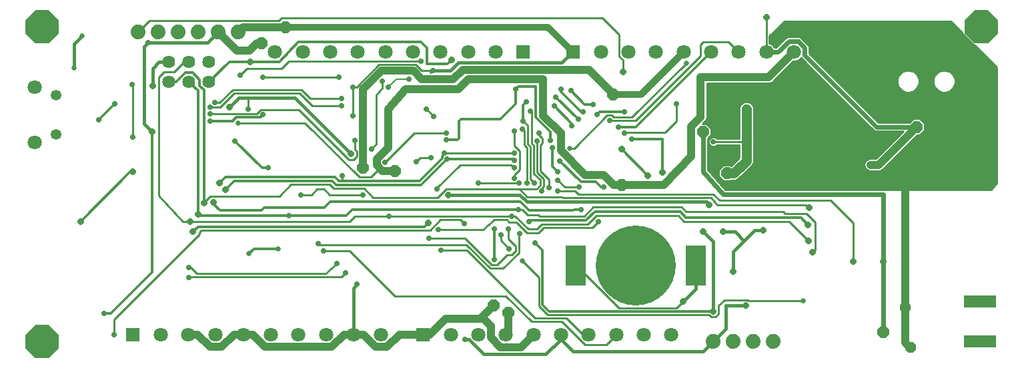
<source format=gbl>
G75*
%MOIN*%
%OFA0B0*%
%FSLAX25Y25*%
%IPPOS*%
%LPD*%
%AMOC8*
5,1,8,0,0,1.08239X$1,22.5*
%
%ADD10C,0.40000*%
%ADD11R,0.10000X0.20000*%
%ADD12C,0.06400*%
%ADD13C,0.07400*%
%ADD14R,0.07087X0.07087*%
%ADD15C,0.07087*%
%ADD16R,0.16000X0.06000*%
%ADD17C,0.05315*%
%ADD18C,0.02775*%
%ADD19OC8,0.03169*%
%ADD20OC8,0.02578*%
%ADD21C,0.01200*%
%ADD22C,0.01000*%
%ADD23C,0.05000*%
%ADD24C,0.01600*%
%ADD25C,0.02400*%
%ADD26OC8,0.05906*%
%ADD27C,0.04000*%
%ADD28C,0.03200*%
%ADD29OC8,0.05315*%
%ADD30OC8,0.02775*%
%ADD31C,0.02578*%
%ADD32OC8,0.04429*%
%ADD33OC8,0.16500*%
%ADD34C,0.00787*%
%ADD35OC8,0.03562*%
D10*
X0322869Y0058625D03*
D11*
X0292869Y0058625D03*
X0352869Y0058625D03*
D12*
X0109619Y0150500D03*
X0099619Y0150500D03*
X0089619Y0150500D03*
X0089619Y0160500D03*
X0099619Y0160500D03*
X0109619Y0160500D03*
D13*
X0114119Y0175500D03*
X0124119Y0175500D03*
X0104119Y0175500D03*
X0094119Y0175500D03*
X0084119Y0175500D03*
X0074119Y0175500D03*
X0361619Y0020500D03*
X0371619Y0020500D03*
X0381619Y0020500D03*
X0391619Y0020500D03*
D14*
X0216619Y0024000D03*
X0071619Y0024000D03*
X0266619Y0165500D03*
X0291619Y0165500D03*
D15*
X0305398Y0165500D03*
X0319178Y0165500D03*
X0332957Y0165500D03*
X0346737Y0165500D03*
X0360516Y0165500D03*
X0374296Y0165500D03*
X0388075Y0165500D03*
X0401855Y0165500D03*
X0415634Y0165500D03*
X0252839Y0165500D03*
X0239060Y0165500D03*
X0225280Y0165500D03*
X0211501Y0165500D03*
X0197721Y0165500D03*
X0183942Y0165500D03*
X0170162Y0165500D03*
X0156383Y0165500D03*
X0142603Y0165500D03*
X0022619Y0147780D03*
X0022619Y0120220D03*
X0085398Y0024000D03*
X0099178Y0024000D03*
X0112957Y0024000D03*
X0126737Y0024000D03*
X0140516Y0024000D03*
X0154296Y0024000D03*
X0168075Y0024000D03*
X0181855Y0024000D03*
X0195634Y0024000D03*
X0230398Y0024000D03*
X0244178Y0024000D03*
X0257957Y0024000D03*
X0271737Y0024000D03*
X0285516Y0024000D03*
X0299296Y0024000D03*
X0313075Y0024000D03*
X0326855Y0024000D03*
X0340634Y0024000D03*
D16*
X0494869Y0020500D03*
X0494869Y0040500D03*
D17*
X0033249Y0124157D03*
X0033249Y0143843D03*
D18*
X0414119Y0136862D03*
X0414119Y0132138D03*
D19*
X0397119Y0115500D03*
X0336306Y0105187D03*
X0328994Y0103625D03*
X0315994Y0116750D03*
X0359619Y0088937D03*
X0386619Y0076084D03*
X0366619Y0075500D03*
X0356619Y0075500D03*
X0371619Y0055500D03*
X0346619Y0040500D03*
X0361619Y0035500D03*
X0377869Y0038500D03*
X0431619Y0060500D03*
X0446619Y0060500D03*
X0411174Y0065056D03*
X0409306Y0070813D03*
X0408869Y0079000D03*
X0409463Y0087500D03*
X0457495Y0085500D03*
X0315369Y0054875D03*
X0219119Y0080000D03*
X0229306Y0093937D03*
X0180619Y0114500D03*
X0119869Y0137750D03*
X0081369Y0148438D03*
X0130119Y0160625D03*
X0081244Y0125500D03*
X0071619Y0105500D03*
X0107244Y0089875D03*
X0111994Y0090250D03*
X0117869Y0096625D03*
X0114756Y0099816D03*
X0104119Y0084250D03*
X0100119Y0080500D03*
X0101619Y0075500D03*
X0045404Y0080559D03*
X0230758Y0161530D03*
X0316619Y0155419D03*
X0388119Y0183000D03*
X0397119Y0153369D03*
D20*
X0343119Y0139500D03*
X0317244Y0135500D03*
X0309744Y0131125D03*
X0303494Y0134250D03*
X0296619Y0135500D03*
X0294119Y0131750D03*
X0290994Y0128625D03*
X0274619Y0125000D03*
X0273470Y0120914D03*
X0280147Y0121125D03*
X0281244Y0117625D03*
X0284994Y0110937D03*
X0283872Y0105500D03*
X0283830Y0101226D03*
X0279688Y0097419D03*
X0275975Y0095789D03*
X0283761Y0095937D03*
X0294522Y0097687D03*
X0306994Y0097750D03*
X0295619Y0086437D03*
X0304122Y0080497D03*
X0272406Y0069999D03*
X0259619Y0067000D03*
X0255494Y0073750D03*
X0264752Y0074627D03*
X0259119Y0077000D03*
X0252247Y0076817D03*
X0260962Y0083313D03*
X0269619Y0080500D03*
X0264228Y0086625D03*
X0237119Y0079524D03*
X0224119Y0076500D03*
X0219436Y0072222D03*
X0225436Y0066155D03*
X0252119Y0061500D03*
X0199442Y0083313D03*
X0186619Y0094000D03*
X0176202Y0103412D03*
X0197576Y0110293D03*
X0190908Y0116994D03*
X0182499Y0121222D03*
X0213119Y0110500D03*
X0220619Y0112500D03*
X0227119Y0115000D03*
X0228619Y0112000D03*
X0228119Y0121500D03*
X0228119Y0125000D03*
X0221874Y0133245D03*
X0218223Y0137000D03*
X0199119Y0148000D03*
X0196345Y0150774D03*
X0209619Y0152000D03*
X0221536Y0156214D03*
X0215467Y0160848D03*
X0181619Y0148000D03*
X0174408Y0153000D03*
X0175908Y0142278D03*
X0175908Y0138500D03*
X0181619Y0133500D03*
X0136619Y0153000D03*
X0125119Y0154000D03*
X0112480Y0140161D03*
X0110119Y0137750D03*
X0110119Y0134350D03*
X0129119Y0137000D03*
X0122619Y0121000D03*
X0139119Y0107500D03*
X0155619Y0094000D03*
X0149369Y0083457D03*
X0164119Y0069500D03*
X0166927Y0065808D03*
X0173361Y0059413D03*
X0177954Y0054836D03*
X0183677Y0049058D03*
X0237619Y0021500D03*
X0099505Y0052614D03*
X0099505Y0057614D03*
X0057119Y0034500D03*
X0062119Y0024000D03*
X0223619Y0096858D03*
X0244119Y0099851D03*
X0262119Y0102285D03*
X0264545Y0099851D03*
X0268489Y0099851D03*
X0272267Y0099970D03*
X0262119Y0107444D03*
X0262119Y0111222D03*
X0262119Y0115000D03*
X0262119Y0126000D03*
X0266092Y0127000D03*
X0266619Y0131000D03*
X0270119Y0136000D03*
X0268345Y0140552D03*
X0262767Y0146961D03*
X0282869Y0143000D03*
X0285369Y0146750D03*
X0290369Y0146125D03*
X0282089Y0138470D03*
X0301619Y0139250D03*
X0314119Y0128000D03*
X0317244Y0124816D03*
X0320994Y0121750D03*
X0361619Y0120500D03*
X0079119Y0170250D03*
X0071115Y0149188D03*
X0062619Y0139500D03*
X0054619Y0131500D03*
X0071374Y0123000D03*
D21*
X0081244Y0125500D02*
X0081244Y0055125D01*
X0060619Y0034500D01*
X0057119Y0034500D01*
X0129619Y0064500D02*
X0132119Y0067000D01*
X0144119Y0067000D01*
X0104119Y0078000D02*
X0217119Y0078000D01*
X0219119Y0080000D01*
X0252247Y0076817D02*
X0252247Y0061628D01*
X0252119Y0061500D01*
X0272406Y0069999D02*
X0276119Y0066286D01*
X0276119Y0039000D01*
X0279619Y0035500D01*
X0361619Y0035500D01*
X0322869Y0054875D02*
X0315369Y0054875D01*
X0322869Y0054875D02*
X0322869Y0058625D01*
X0292901Y0058625D02*
X0292869Y0058625D01*
X0297994Y0081250D02*
X0270369Y0081250D01*
X0269619Y0080500D01*
X0270244Y0081125D01*
X0269520Y0086125D02*
X0265145Y0090500D01*
X0170306Y0090500D01*
X0167156Y0087350D01*
X0137049Y0087350D01*
X0135824Y0086125D01*
X0115194Y0086125D01*
X0111994Y0089325D01*
X0111994Y0090250D01*
X0107244Y0089875D02*
X0107244Y0146370D01*
X0105019Y0148595D01*
X0105019Y0151605D01*
X0101524Y0155100D01*
X0097713Y0155100D01*
X0093113Y0150500D01*
X0089619Y0150500D01*
X0099619Y0150500D02*
X0104059Y0146059D01*
X0104059Y0088556D01*
X0104119Y0088497D01*
X0104119Y0084250D01*
X0104119Y0087012D01*
X0104119Y0084250D02*
X0104119Y0084125D01*
X0104694Y0083500D01*
X0149369Y0083457D01*
X0178042Y0083423D01*
X0181214Y0086595D01*
X0182629Y0086595D01*
X0264228Y0086625D01*
X0269520Y0086125D02*
X0291619Y0086125D01*
X0292244Y0086437D01*
X0295619Y0086437D01*
X0291669Y0086125D02*
X0291619Y0086125D01*
X0297994Y0081250D02*
X0302369Y0085625D01*
X0345244Y0085625D01*
X0347869Y0082500D01*
X0385324Y0082500D01*
X0386107Y0082535D01*
X0386145Y0082500D01*
X0405369Y0082500D01*
X0408869Y0079000D01*
X0359619Y0088937D02*
X0358758Y0089798D01*
X0328994Y0103625D02*
X0315994Y0116750D01*
X0320994Y0121750D02*
X0336306Y0121750D01*
X0336306Y0105187D01*
X0306994Y0097750D02*
X0305619Y0097750D01*
X0302869Y0100500D01*
X0295431Y0100500D01*
X0284994Y0110937D01*
X0281244Y0108128D02*
X0281244Y0117625D01*
X0280147Y0121125D02*
X0280147Y0125500D01*
X0272869Y0132779D01*
X0272869Y0148313D01*
X0264118Y0148313D01*
X0262767Y0146961D01*
X0262767Y0139648D01*
X0255119Y0132000D01*
X0235619Y0132000D01*
X0234619Y0131000D01*
X0234619Y0122342D01*
X0233777Y0121500D01*
X0228119Y0121500D01*
X0227119Y0115000D02*
X0227119Y0114020D01*
X0226130Y0113031D01*
X0226130Y0112043D01*
X0214853Y0100766D01*
X0184658Y0100766D01*
X0184424Y0101000D01*
X0176279Y0101000D01*
X0174462Y0101000D01*
X0172462Y0103000D01*
X0117756Y0103000D01*
X0114756Y0099816D01*
X0117869Y0096625D02*
X0122244Y0101000D01*
X0171319Y0101000D01*
X0173319Y0099000D01*
X0183892Y0099000D01*
X0183916Y0098976D01*
X0215594Y0098976D01*
X0228619Y0112000D01*
X0261341Y0112000D01*
X0262119Y0111222D01*
X0281244Y0108128D02*
X0283872Y0105500D01*
X0290994Y0128625D02*
X0290684Y0129875D01*
X0282089Y0138470D01*
X0282869Y0143000D02*
X0294119Y0131750D01*
X0295369Y0135500D02*
X0285369Y0145500D01*
X0285369Y0146750D01*
X0290369Y0146125D02*
X0297244Y0139250D01*
X0301619Y0139250D01*
X0304744Y0135500D02*
X0317244Y0135500D01*
X0304744Y0135500D02*
X0303494Y0134250D01*
X0296619Y0135500D02*
X0295369Y0135500D01*
X0314119Y0128000D02*
X0323016Y0128000D01*
X0360516Y0165500D01*
X0268345Y0140552D02*
X0266619Y0138826D01*
X0266619Y0131000D01*
X0221572Y0156250D02*
X0220647Y0155325D01*
X0218598Y0159564D02*
X0228680Y0159564D01*
X0229050Y0159934D01*
X0230412Y0161184D01*
X0230758Y0161530D01*
X0218598Y0159564D02*
X0218598Y0167548D01*
X0215646Y0170500D01*
X0154169Y0170500D01*
X0144973Y0160406D01*
X0129838Y0160406D01*
X0130119Y0160625D01*
X0119744Y0160625D01*
X0109619Y0150500D01*
X0123096Y0132720D02*
X0135362Y0132720D01*
X0136654Y0134012D01*
X0123096Y0132720D02*
X0121376Y0131000D01*
X0110119Y0131000D01*
X0122619Y0121000D02*
X0136119Y0107500D01*
X0139119Y0107500D01*
X0071619Y0105500D02*
X0070345Y0105500D01*
X0045404Y0080559D01*
X0101619Y0075500D02*
X0104119Y0078000D01*
X0054619Y0131500D02*
X0062619Y0139500D01*
X0114119Y0175500D02*
X0114144Y0175500D01*
D22*
X0144529Y0181214D02*
X0079832Y0181214D01*
X0074119Y0175500D01*
X0092119Y0155500D02*
X0097119Y0160500D01*
X0099619Y0160500D01*
X0092119Y0155500D02*
X0087119Y0155500D01*
X0084619Y0153000D01*
X0084619Y0093500D01*
X0096619Y0080500D01*
X0100119Y0080500D01*
X0179706Y0080500D01*
X0182519Y0083313D01*
X0199442Y0083313D01*
X0260962Y0083313D01*
X0262556Y0083313D01*
X0269119Y0076750D01*
X0273494Y0076750D01*
X0275994Y0079250D01*
X0298931Y0079250D01*
X0303306Y0083625D01*
X0344306Y0083625D01*
X0346744Y0080500D01*
X0399619Y0080500D01*
X0409306Y0070813D01*
X0412453Y0066334D02*
X0412453Y0080278D01*
X0408331Y0084400D01*
X0397594Y0084400D01*
X0396619Y0085375D01*
X0347869Y0085375D01*
X0345869Y0087875D01*
X0301619Y0087875D01*
X0297056Y0083313D01*
X0274744Y0083313D01*
X0274119Y0083938D01*
X0268806Y0083938D01*
X0266119Y0086625D01*
X0264228Y0086625D01*
X0258400Y0081513D02*
X0252119Y0081513D01*
X0246606Y0076500D01*
X0224119Y0076500D01*
X0220219Y0076100D02*
X0225119Y0081500D01*
X0235142Y0081500D01*
X0237119Y0079524D01*
X0237535Y0072222D02*
X0219436Y0072222D01*
X0220219Y0076100D02*
X0105719Y0076100D01*
X0104703Y0075084D01*
X0104703Y0074222D01*
X0062119Y0031638D01*
X0062119Y0024000D01*
X0099505Y0052614D02*
X0099705Y0052814D01*
X0175932Y0052814D01*
X0177954Y0054836D01*
X0173361Y0059413D02*
X0167888Y0054614D01*
X0103619Y0054614D01*
X0100619Y0057614D01*
X0099505Y0057614D01*
X0164119Y0069500D02*
X0164675Y0068944D01*
X0238267Y0068944D01*
X0250096Y0057116D01*
X0256642Y0057116D01*
X0264503Y0064977D01*
X0264503Y0074378D01*
X0264752Y0074627D01*
X0268373Y0074950D02*
X0263095Y0080228D01*
X0259684Y0080228D01*
X0258400Y0081513D01*
X0259119Y0077000D02*
X0259119Y0071862D01*
X0262703Y0068278D01*
X0262703Y0065722D01*
X0260896Y0063916D01*
X0258396Y0063916D01*
X0253396Y0058916D01*
X0250841Y0058916D01*
X0237535Y0072222D01*
X0238511Y0066155D02*
X0225436Y0066155D01*
X0238511Y0066155D02*
X0272522Y0032143D01*
X0288268Y0032143D01*
X0296411Y0024000D01*
X0299296Y0024000D01*
X0297366Y0019000D02*
X0286023Y0030343D01*
X0270790Y0030343D01*
X0257880Y0043253D01*
X0202366Y0043253D01*
X0179811Y0065808D01*
X0166927Y0065808D01*
X0110219Y0093250D02*
X0107244Y0090275D01*
X0107244Y0089875D01*
X0110219Y0093250D02*
X0144869Y0093250D01*
X0150681Y0099062D01*
X0170012Y0099062D01*
X0172012Y0097062D01*
X0187056Y0097062D01*
X0191619Y0092500D01*
X0223821Y0092500D01*
X0228121Y0096800D01*
X0264819Y0096800D01*
X0268619Y0093000D01*
X0285735Y0093000D01*
X0286360Y0092375D01*
X0360669Y0092375D01*
X0363481Y0088937D01*
X0408026Y0088937D01*
X0409463Y0087500D01*
X0420336Y0091125D02*
X0431619Y0079842D01*
X0431619Y0060500D01*
X0412453Y0066334D02*
X0411174Y0065056D01*
X0406619Y0041000D02*
X0379165Y0041000D01*
X0378981Y0041184D01*
X0367107Y0041184D01*
X0364303Y0038380D01*
X0364303Y0034388D01*
X0362731Y0032816D01*
X0360507Y0032816D01*
X0359423Y0033900D01*
X0278956Y0033900D01*
X0274519Y0038337D01*
X0274519Y0052600D01*
X0266119Y0061000D01*
X0259619Y0067000D02*
X0255494Y0071125D01*
X0255494Y0073750D01*
X0268373Y0074950D02*
X0274239Y0074950D01*
X0276739Y0077450D01*
X0301075Y0077450D01*
X0304122Y0080497D01*
X0294054Y0094304D02*
X0361565Y0094304D01*
X0364744Y0091125D01*
X0420336Y0091125D01*
X0447571Y0096550D02*
X0367652Y0096550D01*
X0358919Y0106374D01*
X0358919Y0122069D01*
X0360671Y0123821D01*
X0360671Y0127179D01*
X0358297Y0129553D01*
X0356213Y0129553D01*
X0357907Y0131247D01*
X0358379Y0132386D01*
X0358379Y0149897D01*
X0388676Y0149841D01*
X0388679Y0149840D01*
X0389290Y0149840D01*
X0389906Y0149839D01*
X0389909Y0149840D01*
X0389912Y0149840D01*
X0390478Y0150075D01*
X0391046Y0150309D01*
X0391048Y0150311D01*
X0391051Y0150312D01*
X0391485Y0150746D01*
X0391920Y0151179D01*
X0391921Y0151182D01*
X0401596Y0160857D01*
X0402779Y0160857D01*
X0404485Y0161564D01*
X0405394Y0162472D01*
X0425958Y0141908D01*
X0425995Y0141908D01*
X0442205Y0125697D01*
X0456497Y0125697D01*
X0442900Y0112100D01*
X0439502Y0112100D01*
X0438974Y0111881D01*
X0438925Y0111881D01*
X0438891Y0111847D01*
X0438363Y0111628D01*
X0437491Y0110756D01*
X0437272Y0110228D01*
X0437238Y0110193D01*
X0437238Y0110145D01*
X0437019Y0109617D01*
X0437019Y0108383D01*
X0437238Y0107855D01*
X0437238Y0107807D01*
X0437272Y0107772D01*
X0437491Y0107244D01*
X0438363Y0106372D01*
X0438891Y0106153D01*
X0438925Y0106119D01*
X0438974Y0106119D01*
X0439502Y0105900D01*
X0444801Y0105900D01*
X0445940Y0106372D01*
X0446812Y0107244D01*
X0463513Y0123944D01*
X0464860Y0123944D01*
X0467234Y0126319D01*
X0467234Y0129676D01*
X0464860Y0132050D01*
X0461503Y0132050D01*
X0459750Y0130297D01*
X0444111Y0130297D01*
X0427900Y0146508D01*
X0427864Y0146508D01*
X0409648Y0164723D01*
X0409648Y0168625D01*
X0406327Y0171946D01*
X0404979Y0173293D01*
X0398480Y0173293D01*
X0392987Y0167800D01*
X0392149Y0167800D01*
X0392012Y0168130D01*
X0390706Y0169436D01*
X0389675Y0169863D01*
X0389675Y0173557D01*
X0397119Y0181000D01*
X0480119Y0181000D01*
X0486331Y0174787D01*
X0486331Y0174440D01*
X0491808Y0168963D01*
X0492156Y0168963D01*
X0503119Y0158000D01*
X0503119Y0100000D01*
X0500619Y0096500D01*
X0447621Y0096500D01*
X0447571Y0096550D01*
X0445901Y0106356D02*
X0503119Y0106356D01*
X0503119Y0107354D02*
X0446922Y0107354D01*
X0447921Y0108353D02*
X0503119Y0108353D01*
X0503119Y0109351D02*
X0448919Y0109351D01*
X0449918Y0110350D02*
X0503119Y0110350D01*
X0503119Y0111348D02*
X0450916Y0111348D01*
X0451915Y0112347D02*
X0503119Y0112347D01*
X0503119Y0113345D02*
X0452913Y0113345D01*
X0453912Y0114344D02*
X0503119Y0114344D01*
X0503119Y0115342D02*
X0454910Y0115342D01*
X0455909Y0116341D02*
X0503119Y0116341D01*
X0503119Y0117339D02*
X0456907Y0117339D01*
X0457906Y0118338D02*
X0503119Y0118338D01*
X0503119Y0119336D02*
X0458904Y0119336D01*
X0459903Y0120335D02*
X0503119Y0120335D01*
X0503119Y0121333D02*
X0460901Y0121333D01*
X0461900Y0122332D02*
X0503119Y0122332D01*
X0503119Y0123330D02*
X0462898Y0123330D01*
X0465244Y0124329D02*
X0503119Y0124329D01*
X0503119Y0125327D02*
X0466243Y0125327D01*
X0467234Y0126326D02*
X0503119Y0126326D01*
X0503119Y0127324D02*
X0467234Y0127324D01*
X0467234Y0128323D02*
X0503119Y0128323D01*
X0503119Y0129321D02*
X0467234Y0129321D01*
X0466590Y0130320D02*
X0503119Y0130320D01*
X0503119Y0131318D02*
X0465592Y0131318D01*
X0460771Y0131318D02*
X0443090Y0131318D01*
X0444088Y0130320D02*
X0459772Y0130320D01*
X0456127Y0125327D02*
X0381719Y0125327D01*
X0381719Y0124329D02*
X0455129Y0124329D01*
X0454130Y0123330D02*
X0381719Y0123330D01*
X0381719Y0122332D02*
X0453132Y0122332D01*
X0452133Y0121333D02*
X0381719Y0121333D01*
X0381719Y0120335D02*
X0451135Y0120335D01*
X0450136Y0119336D02*
X0381719Y0119336D01*
X0381719Y0118338D02*
X0449138Y0118338D01*
X0448139Y0117339D02*
X0381719Y0117339D01*
X0381719Y0116341D02*
X0447141Y0116341D01*
X0446142Y0115342D02*
X0381719Y0115342D01*
X0381719Y0114344D02*
X0445144Y0114344D01*
X0444145Y0113345D02*
X0381719Y0113345D01*
X0381719Y0112347D02*
X0443147Y0112347D01*
X0438083Y0111348D02*
X0381719Y0111348D01*
X0381719Y0110350D02*
X0437322Y0110350D01*
X0437019Y0109351D02*
X0381332Y0109351D01*
X0381171Y0108961D02*
X0381719Y0110284D01*
X0381719Y0137716D01*
X0381171Y0139039D01*
X0380158Y0140052D01*
X0378835Y0140600D01*
X0377403Y0140600D01*
X0376079Y0140052D01*
X0375067Y0139039D01*
X0374519Y0137716D01*
X0374519Y0122100D01*
X0363397Y0122100D01*
X0362608Y0122889D01*
X0360629Y0122889D01*
X0359230Y0121490D01*
X0359230Y0119510D01*
X0360629Y0118111D01*
X0362608Y0118111D01*
X0363397Y0118900D01*
X0374519Y0118900D01*
X0374519Y0112491D01*
X0370439Y0108411D01*
X0370047Y0108803D01*
X0366690Y0108803D01*
X0364316Y0106429D01*
X0364316Y0103071D01*
X0366690Y0100697D01*
X0370047Y0100697D01*
X0370500Y0101150D01*
X0372585Y0101150D01*
X0373908Y0101698D01*
X0374921Y0102711D01*
X0380158Y0107948D01*
X0381171Y0108961D01*
X0380563Y0108353D02*
X0437031Y0108353D01*
X0437445Y0107354D02*
X0379564Y0107354D01*
X0380158Y0107948D02*
X0380158Y0107948D01*
X0378565Y0106356D02*
X0438402Y0106356D01*
X0441577Y0126326D02*
X0381719Y0126326D01*
X0381719Y0127324D02*
X0440578Y0127324D01*
X0439580Y0128323D02*
X0381719Y0128323D01*
X0381719Y0129321D02*
X0438581Y0129321D01*
X0437583Y0130320D02*
X0381719Y0130320D01*
X0381719Y0131318D02*
X0436584Y0131318D01*
X0435586Y0132317D02*
X0381719Y0132317D01*
X0381719Y0133315D02*
X0434587Y0133315D01*
X0433589Y0134314D02*
X0381719Y0134314D01*
X0381719Y0135312D02*
X0432590Y0135312D01*
X0431592Y0136311D02*
X0381719Y0136311D01*
X0381719Y0137309D02*
X0430593Y0137309D01*
X0429595Y0138308D02*
X0381474Y0138308D01*
X0380903Y0139306D02*
X0428596Y0139306D01*
X0427598Y0140305D02*
X0379547Y0140305D01*
X0376690Y0140305D02*
X0358379Y0140305D01*
X0358379Y0141303D02*
X0426599Y0141303D01*
X0425619Y0141000D02*
X0424119Y0142500D01*
X0419619Y0142500D01*
X0422569Y0145298D02*
X0358379Y0145298D01*
X0358379Y0146296D02*
X0421570Y0146296D01*
X0420571Y0147295D02*
X0358379Y0147295D01*
X0358379Y0148293D02*
X0419573Y0148293D01*
X0418574Y0149292D02*
X0358379Y0149292D01*
X0358379Y0144299D02*
X0423567Y0144299D01*
X0424566Y0143301D02*
X0358379Y0143301D01*
X0358379Y0142302D02*
X0425564Y0142302D01*
X0429111Y0145298D02*
X0503119Y0145298D01*
X0503119Y0146296D02*
X0480193Y0146296D01*
X0480047Y0146150D02*
X0481594Y0147697D01*
X0482431Y0149718D01*
X0482431Y0151907D01*
X0481594Y0153928D01*
X0480047Y0155475D01*
X0478025Y0156312D01*
X0475837Y0156312D01*
X0473816Y0155475D01*
X0472269Y0153928D01*
X0471431Y0151907D01*
X0471431Y0149718D01*
X0472269Y0147697D01*
X0473816Y0146150D01*
X0475837Y0145313D01*
X0478025Y0145313D01*
X0480047Y0146150D01*
X0481191Y0147295D02*
X0503119Y0147295D01*
X0503119Y0148293D02*
X0481841Y0148293D01*
X0482254Y0149292D02*
X0503119Y0149292D01*
X0503119Y0150290D02*
X0482431Y0150290D01*
X0482431Y0151289D02*
X0503119Y0151289D01*
X0503119Y0152287D02*
X0482274Y0152287D01*
X0481860Y0153286D02*
X0503119Y0153286D01*
X0503119Y0154284D02*
X0481238Y0154284D01*
X0480239Y0155283D02*
X0503119Y0155283D01*
X0503119Y0156281D02*
X0478101Y0156281D01*
X0475762Y0156281D02*
X0460101Y0156281D01*
X0460025Y0156312D02*
X0457837Y0156312D01*
X0455816Y0155475D01*
X0454269Y0153928D01*
X0453431Y0151907D01*
X0453431Y0149718D01*
X0454269Y0147697D01*
X0455816Y0146150D01*
X0457837Y0145313D01*
X0460025Y0145313D01*
X0462047Y0146150D01*
X0463594Y0147697D01*
X0464431Y0149718D01*
X0464431Y0151907D01*
X0463594Y0153928D01*
X0462047Y0155475D01*
X0460025Y0156312D01*
X0457762Y0156281D02*
X0418090Y0156281D01*
X0417092Y0157280D02*
X0503119Y0157280D01*
X0502841Y0158278D02*
X0416093Y0158278D01*
X0415095Y0159277D02*
X0501842Y0159277D01*
X0500844Y0160275D02*
X0414096Y0160275D01*
X0413098Y0161274D02*
X0499845Y0161274D01*
X0498846Y0162272D02*
X0412099Y0162272D01*
X0411101Y0163271D02*
X0497848Y0163271D01*
X0496849Y0164269D02*
X0410102Y0164269D01*
X0409648Y0165268D02*
X0495851Y0165268D01*
X0494852Y0166266D02*
X0409648Y0166266D01*
X0409648Y0167265D02*
X0493854Y0167265D01*
X0492855Y0168263D02*
X0409648Y0168263D01*
X0409011Y0169262D02*
X0491509Y0169262D01*
X0490511Y0170260D02*
X0408012Y0170260D01*
X0407014Y0171259D02*
X0489512Y0171259D01*
X0488513Y0172257D02*
X0406015Y0172257D01*
X0405017Y0173256D02*
X0487515Y0173256D01*
X0486516Y0174254D02*
X0390373Y0174254D01*
X0389675Y0173256D02*
X0398443Y0173256D01*
X0397444Y0172257D02*
X0389675Y0172257D01*
X0389675Y0171259D02*
X0396446Y0171259D01*
X0395447Y0170260D02*
X0389675Y0170260D01*
X0390880Y0169262D02*
X0394449Y0169262D01*
X0393450Y0168263D02*
X0391879Y0168263D01*
X0388075Y0165500D02*
X0388075Y0182957D01*
X0388119Y0183000D01*
X0394367Y0178248D02*
X0482870Y0178248D01*
X0483869Y0177250D02*
X0393369Y0177250D01*
X0392370Y0176251D02*
X0484867Y0176251D01*
X0485866Y0175253D02*
X0391372Y0175253D01*
X0395366Y0179247D02*
X0481872Y0179247D01*
X0480873Y0180245D02*
X0396364Y0180245D01*
X0374296Y0165500D02*
X0369296Y0170500D01*
X0356619Y0170500D01*
X0355305Y0169186D01*
X0355305Y0163452D01*
X0322978Y0131125D01*
X0309744Y0131125D01*
X0311755Y0132716D02*
X0310725Y0133745D01*
X0308512Y0133745D01*
X0292048Y0117281D01*
X0289846Y0117281D01*
X0276259Y0119759D02*
X0275270Y0118770D01*
X0275270Y0106002D01*
X0279688Y0101585D01*
X0279688Y0097419D01*
X0276856Y0098069D02*
X0275975Y0097188D01*
X0275975Y0095789D01*
X0276856Y0098069D02*
X0276856Y0101871D01*
X0273470Y0105257D01*
X0273470Y0120914D01*
X0271880Y0118653D02*
X0270850Y0119682D01*
X0270850Y0135269D01*
X0270119Y0136000D01*
X0270681Y0135438D01*
X0266619Y0131000D02*
X0268881Y0128737D01*
X0268881Y0119402D01*
X0270289Y0117994D01*
X0270289Y0101948D01*
X0272267Y0099970D01*
X0275056Y0101421D02*
X0275056Y0098518D01*
X0273338Y0096800D01*
X0264819Y0096800D01*
X0264545Y0099851D02*
X0244119Y0099851D01*
X0262119Y0102285D02*
X0262119Y0103842D01*
X0264739Y0106462D01*
X0264739Y0115982D01*
X0262119Y0118602D01*
X0262119Y0126000D01*
X0266092Y0127000D02*
X0267041Y0126052D01*
X0267041Y0118993D01*
X0268489Y0117544D01*
X0268489Y0099851D01*
X0271880Y0104598D02*
X0275056Y0101421D01*
X0271880Y0104598D02*
X0271880Y0118653D01*
X0276259Y0119759D02*
X0276259Y0122069D01*
X0274619Y0123710D01*
X0274619Y0125000D01*
X0262119Y0115000D02*
X0227119Y0115000D01*
X0220619Y0112500D02*
X0215119Y0112500D01*
X0213119Y0110500D01*
X0212283Y0125000D02*
X0197576Y0110293D01*
X0193456Y0108690D02*
X0193706Y0106087D01*
X0190619Y0103000D01*
X0188672Y0103000D01*
X0188538Y0102866D01*
X0184699Y0102866D01*
X0157565Y0130000D01*
X0124119Y0130000D01*
X0133446Y0134350D02*
X0110119Y0134350D01*
X0110119Y0137750D02*
X0115105Y0137750D01*
X0122189Y0144834D01*
X0154971Y0144834D01*
X0161306Y0138500D01*
X0175908Y0138500D01*
X0175908Y0142278D02*
X0160073Y0142278D01*
X0155717Y0146634D01*
X0121443Y0146634D01*
X0114970Y0140161D01*
X0112480Y0140161D01*
X0129119Y0142500D02*
X0129119Y0137000D01*
X0133446Y0134350D02*
X0135615Y0136520D01*
X0154551Y0136520D01*
X0179433Y0111638D01*
X0181804Y0111638D01*
X0183481Y0113314D01*
X0183481Y0115686D01*
X0182499Y0116668D01*
X0182499Y0121222D01*
X0190908Y0116994D02*
X0193319Y0119406D01*
X0193319Y0143867D01*
X0196345Y0147393D01*
X0196345Y0150774D01*
X0194688Y0159211D02*
X0183477Y0148000D01*
X0181619Y0148000D01*
X0181619Y0133500D01*
X0212283Y0125000D02*
X0228119Y0125000D01*
X0221874Y0133245D02*
X0221874Y0133349D01*
X0218223Y0137000D01*
X0174408Y0153000D02*
X0136619Y0153000D01*
X0128382Y0157263D02*
X0145882Y0157263D01*
X0149467Y0160848D01*
X0215467Y0160848D01*
X0213002Y0159211D02*
X0215963Y0156250D01*
X0221572Y0156250D01*
X0145949Y0182634D02*
X0306101Y0182634D01*
X0314438Y0174297D01*
X0314438Y0163244D01*
X0316619Y0161563D01*
X0316619Y0155419D01*
X0320854Y0132716D02*
X0348119Y0159980D01*
X0391001Y0150290D02*
X0417576Y0150290D01*
X0416577Y0151289D02*
X0392028Y0151289D01*
X0393026Y0152287D02*
X0415579Y0152287D01*
X0414580Y0153286D02*
X0394025Y0153286D01*
X0395023Y0154284D02*
X0413582Y0154284D01*
X0412583Y0155283D02*
X0396022Y0155283D01*
X0397020Y0156281D02*
X0411585Y0156281D01*
X0410586Y0157280D02*
X0398019Y0157280D01*
X0399017Y0158278D02*
X0409588Y0158278D01*
X0408589Y0159277D02*
X0400016Y0159277D01*
X0401014Y0160275D02*
X0407591Y0160275D01*
X0406592Y0161274D02*
X0403785Y0161274D01*
X0405194Y0162272D02*
X0405594Y0162272D01*
X0419089Y0155283D02*
X0455623Y0155283D01*
X0454625Y0154284D02*
X0420087Y0154284D01*
X0421086Y0153286D02*
X0454002Y0153286D01*
X0453589Y0152287D02*
X0422084Y0152287D01*
X0423083Y0151289D02*
X0453431Y0151289D01*
X0453431Y0150290D02*
X0424081Y0150290D01*
X0425080Y0149292D02*
X0453608Y0149292D01*
X0454022Y0148293D02*
X0426078Y0148293D01*
X0427077Y0147295D02*
X0454671Y0147295D01*
X0455670Y0146296D02*
X0428112Y0146296D01*
X0430109Y0144299D02*
X0503119Y0144299D01*
X0503119Y0143301D02*
X0431108Y0143301D01*
X0432106Y0142302D02*
X0503119Y0142302D01*
X0503119Y0141303D02*
X0433105Y0141303D01*
X0434103Y0140305D02*
X0503119Y0140305D01*
X0503119Y0139306D02*
X0435102Y0139306D01*
X0436100Y0138308D02*
X0503119Y0138308D01*
X0503119Y0137309D02*
X0437099Y0137309D01*
X0438097Y0136311D02*
X0503119Y0136311D01*
X0503119Y0135312D02*
X0439096Y0135312D01*
X0440094Y0134314D02*
X0503119Y0134314D01*
X0503119Y0133315D02*
X0441093Y0133315D01*
X0442091Y0132317D02*
X0503119Y0132317D01*
X0473670Y0146296D02*
X0462193Y0146296D01*
X0463191Y0147295D02*
X0472671Y0147295D01*
X0472022Y0148293D02*
X0463841Y0148293D01*
X0464254Y0149292D02*
X0471608Y0149292D01*
X0471431Y0150290D02*
X0464431Y0150290D01*
X0464431Y0151289D02*
X0471431Y0151289D01*
X0471589Y0152287D02*
X0464274Y0152287D01*
X0463860Y0153286D02*
X0472002Y0153286D01*
X0472625Y0154284D02*
X0463238Y0154284D01*
X0462239Y0155283D02*
X0473623Y0155283D01*
X0375334Y0139306D02*
X0358379Y0139306D01*
X0358379Y0138308D02*
X0374764Y0138308D01*
X0374519Y0137309D02*
X0358379Y0137309D01*
X0358379Y0136311D02*
X0374519Y0136311D01*
X0374519Y0135312D02*
X0358379Y0135312D01*
X0358379Y0134314D02*
X0374519Y0134314D01*
X0374519Y0133315D02*
X0358379Y0133315D01*
X0358350Y0132317D02*
X0374519Y0132317D01*
X0374519Y0131318D02*
X0357936Y0131318D01*
X0356980Y0130320D02*
X0374519Y0130320D01*
X0374519Y0129321D02*
X0358529Y0129321D01*
X0359527Y0128323D02*
X0374519Y0128323D01*
X0374519Y0127324D02*
X0360526Y0127324D01*
X0360671Y0126326D02*
X0374519Y0126326D01*
X0374519Y0125327D02*
X0360671Y0125327D01*
X0360671Y0124329D02*
X0374519Y0124329D01*
X0374519Y0123330D02*
X0360180Y0123330D01*
X0360072Y0122332D02*
X0359182Y0122332D01*
X0359230Y0121333D02*
X0358919Y0121333D01*
X0358919Y0120335D02*
X0359230Y0120335D01*
X0359404Y0119336D02*
X0358919Y0119336D01*
X0358919Y0118338D02*
X0360402Y0118338D01*
X0358919Y0117339D02*
X0374519Y0117339D01*
X0374519Y0116341D02*
X0358919Y0116341D01*
X0358919Y0115342D02*
X0374519Y0115342D01*
X0374519Y0114344D02*
X0358919Y0114344D01*
X0358919Y0113345D02*
X0374519Y0113345D01*
X0374374Y0112347D02*
X0358919Y0112347D01*
X0358919Y0111348D02*
X0373376Y0111348D01*
X0372377Y0110350D02*
X0358919Y0110350D01*
X0358919Y0109351D02*
X0371379Y0109351D01*
X0366240Y0108353D02*
X0358919Y0108353D01*
X0358919Y0107354D02*
X0365241Y0107354D01*
X0364316Y0106356D02*
X0358935Y0106356D01*
X0359823Y0105357D02*
X0364316Y0105357D01*
X0364316Y0104359D02*
X0360711Y0104359D01*
X0361598Y0103360D02*
X0364316Y0103360D01*
X0365026Y0102362D02*
X0362486Y0102362D01*
X0363373Y0101363D02*
X0366024Y0101363D01*
X0364261Y0100365D02*
X0503119Y0100365D01*
X0503119Y0101363D02*
X0373099Y0101363D01*
X0374571Y0102362D02*
X0503119Y0102362D01*
X0503119Y0103360D02*
X0375570Y0103360D01*
X0374921Y0102711D02*
X0374921Y0102711D01*
X0376568Y0104359D02*
X0503119Y0104359D01*
X0503119Y0105357D02*
X0377567Y0105357D01*
X0365148Y0099366D02*
X0502666Y0099366D01*
X0501953Y0098368D02*
X0366036Y0098368D01*
X0366924Y0097369D02*
X0501239Y0097369D01*
X0378119Y0120480D02*
X0378098Y0120500D01*
X0361619Y0120500D01*
X0363165Y0122332D02*
X0374519Y0122332D01*
X0374519Y0118338D02*
X0362835Y0118338D01*
X0343119Y0130750D02*
X0337497Y0125128D01*
X0317244Y0125128D01*
X0317244Y0124816D01*
X0320854Y0132716D02*
X0311755Y0132716D01*
X0343119Y0130750D02*
X0343119Y0139500D01*
X0262119Y0107444D02*
X0261130Y0108433D01*
X0260963Y0108433D01*
X0260397Y0109000D01*
X0235119Y0109000D01*
X0223619Y0097500D01*
X0223619Y0096858D01*
X0186619Y0094000D02*
X0170024Y0094000D01*
X0167343Y0096681D01*
X0163641Y0096681D01*
X0160960Y0094000D01*
X0155619Y0094000D01*
X0176279Y0101000D02*
X0176279Y0103336D01*
X0176202Y0103412D01*
X0071374Y0123000D02*
X0071374Y0148928D01*
X0071115Y0149188D01*
X0125119Y0154000D02*
X0128382Y0157263D01*
X0144529Y0181214D02*
X0145949Y0182634D01*
X0283830Y0101226D02*
X0287369Y0097687D01*
X0294522Y0097687D01*
X0292420Y0095937D02*
X0294054Y0094304D01*
X0292420Y0095937D02*
X0283761Y0095937D01*
X0285432Y0095937D01*
X0292901Y0058625D02*
X0293029Y0058625D01*
X0314554Y0037100D01*
X0343219Y0037100D01*
X0346619Y0040500D01*
X0313075Y0024000D02*
X0313075Y0023957D01*
X0308119Y0019000D01*
X0297366Y0019000D01*
X0213002Y0159211D02*
X0194688Y0159211D01*
D23*
X0368369Y0104750D02*
X0371869Y0104750D01*
X0378119Y0111000D01*
X0378119Y0120480D01*
X0378119Y0137000D01*
X0415634Y0165500D02*
X0443769Y0165500D01*
X0444269Y0166000D01*
X0480030Y0166000D01*
X0490244Y0155912D01*
X0490369Y0100500D01*
X0434821Y0100500D01*
X0434021Y0099700D01*
X0388419Y0099700D01*
D24*
X0359619Y0088937D02*
X0358072Y0090484D01*
X0268461Y0090484D01*
X0265008Y0093937D01*
X0229306Y0093937D01*
X0180619Y0114500D02*
X0152619Y0142500D01*
X0129119Y0142500D01*
X0124619Y0142500D01*
X0119869Y0137750D01*
X0081369Y0148438D02*
X0081369Y0157250D01*
X0084619Y0160500D01*
X0089619Y0160500D01*
X0079119Y0170250D02*
X0077119Y0168250D01*
X0077119Y0129625D01*
X0081244Y0125500D01*
X0042119Y0157500D02*
X0042119Y0169500D01*
X0046119Y0173500D01*
X0079119Y0170250D02*
X0079156Y0170213D01*
X0108856Y0170213D01*
X0114144Y0175500D01*
X0221536Y0156214D02*
X0221572Y0156250D01*
X0230252Y0156250D01*
X0234356Y0160333D01*
X0285827Y0160333D01*
X0291619Y0165500D01*
X0382203Y0076084D02*
X0376997Y0070879D01*
X0372376Y0075500D01*
X0366619Y0075500D01*
X0361619Y0070500D02*
X0361619Y0035500D01*
X0367869Y0038500D02*
X0367869Y0026750D01*
X0361619Y0020500D01*
X0356619Y0015500D01*
X0291619Y0015500D01*
X0285516Y0021602D01*
X0277971Y0014057D01*
X0246847Y0014057D01*
X0239404Y0021500D01*
X0237619Y0021500D01*
X0285516Y0021602D02*
X0285516Y0024000D01*
X0346619Y0040500D02*
X0352869Y0046750D01*
X0352869Y0058625D01*
X0371619Y0055500D02*
X0371619Y0065500D01*
X0376997Y0070879D01*
X0382203Y0076084D02*
X0386619Y0076084D01*
X0361619Y0070500D02*
X0356619Y0075500D01*
X0367869Y0038500D02*
X0377869Y0038500D01*
X0183677Y0049058D02*
X0181855Y0047236D01*
X0181855Y0024000D01*
D25*
X0356619Y0105500D02*
X0366619Y0094250D01*
X0446619Y0094250D01*
X0446619Y0060500D01*
X0446619Y0025187D01*
X0457495Y0099624D02*
X0456619Y0100500D01*
X0397119Y0115500D02*
X0397119Y0153369D01*
X0407348Y0163770D02*
X0426911Y0144208D01*
X0426948Y0144208D01*
X0443158Y0127997D01*
X0463181Y0127997D01*
X0407348Y0163770D02*
X0407348Y0167672D01*
X0404027Y0170993D01*
X0399433Y0170993D01*
X0393940Y0165500D01*
X0388075Y0165500D01*
X0356619Y0125500D02*
X0356619Y0105500D01*
D26*
X0368369Y0104750D03*
X0315994Y0098937D03*
X0356619Y0125500D03*
X0311619Y0144250D03*
X0202619Y0106000D03*
X0186619Y0107500D03*
X0135994Y0169875D03*
X0147869Y0178000D03*
X0463181Y0127997D03*
X0251869Y0038500D03*
X0259119Y0034750D03*
X0446619Y0025187D03*
D27*
X0457495Y0019937D02*
X0460056Y0017375D01*
X0457495Y0019937D02*
X0457495Y0037626D01*
X0457495Y0085500D01*
X0457495Y0099624D01*
X0444184Y0109000D02*
X0440119Y0109000D01*
X0444184Y0109000D02*
X0463181Y0127997D01*
X0401855Y0165500D02*
X0389295Y0152940D01*
X0355279Y0153003D01*
X0355279Y0133003D01*
X0350366Y0128090D01*
X0350366Y0113090D01*
X0336838Y0098937D01*
X0315994Y0098937D01*
X0311779Y0098937D01*
X0306894Y0103823D01*
X0297620Y0103823D01*
X0285364Y0116080D01*
X0285364Y0124796D01*
X0276619Y0133541D01*
X0276619Y0151750D01*
X0239035Y0151750D01*
X0234035Y0146750D01*
X0207869Y0146750D01*
X0199119Y0137000D01*
X0199037Y0133082D01*
X0199037Y0117477D01*
X0193456Y0111896D01*
X0193456Y0108690D01*
X0196146Y0106000D01*
X0202619Y0106000D01*
X0186619Y0107500D02*
X0186619Y0146771D01*
X0195968Y0156120D01*
X0211722Y0156120D01*
X0215917Y0151925D01*
X0231681Y0151925D01*
X0236369Y0156613D01*
X0299396Y0156613D01*
X0311696Y0144250D01*
X0311619Y0144250D01*
X0147869Y0178000D02*
X0126619Y0178000D01*
X0124119Y0175500D01*
X0123494Y0166125D02*
X0114119Y0175500D01*
X0129744Y0166125D02*
X0133494Y0169875D01*
X0135994Y0169875D01*
X0129744Y0166125D02*
X0123494Y0166125D01*
X0251869Y0038500D02*
X0245573Y0032204D01*
X0245933Y0031843D01*
X0246805Y0031843D01*
X0250521Y0028127D01*
X0250521Y0022465D01*
X0255330Y0017657D01*
X0265394Y0017657D01*
X0271737Y0024000D01*
X0259119Y0025339D02*
X0257957Y0024000D01*
X0259119Y0025339D02*
X0259119Y0034750D01*
X0245573Y0032204D02*
X0245212Y0031843D01*
X0227771Y0031843D01*
X0219927Y0024000D01*
X0216619Y0024000D01*
X0204752Y0024000D01*
X0198512Y0017760D01*
X0193007Y0017760D01*
X0186767Y0024000D01*
X0181855Y0024000D01*
X0177193Y0024000D01*
X0170953Y0017760D01*
X0137639Y0017760D01*
X0131399Y0024000D01*
X0126737Y0024000D01*
X0122075Y0024000D01*
X0115835Y0017760D01*
X0110080Y0017760D01*
X0103840Y0024000D01*
X0099178Y0024000D01*
D28*
X0311696Y0144250D02*
X0325487Y0144250D01*
X0346737Y0165500D01*
X0291619Y0165500D02*
X0278994Y0178000D01*
X0147869Y0178000D01*
D29*
X0457495Y0037626D03*
X0460056Y0017375D03*
D30*
X0136654Y0134012D03*
X0110119Y0131000D03*
X0370369Y0136250D03*
X0419619Y0142500D03*
X0425619Y0141000D03*
D31*
X0348119Y0159980D03*
X0289846Y0117281D03*
X0144119Y0067000D03*
X0129619Y0064500D03*
X0266119Y0061000D03*
X0406619Y0041000D03*
X0124119Y0130000D03*
X0042119Y0157500D03*
X0046119Y0173500D03*
D32*
X0378119Y0137000D03*
D33*
X0026306Y0020500D03*
X0026306Y0178312D03*
X0495681Y0178312D03*
D34*
X0209619Y0152000D02*
X0203119Y0152000D01*
X0199119Y0148000D01*
D35*
X0440119Y0109000D03*
M02*

</source>
